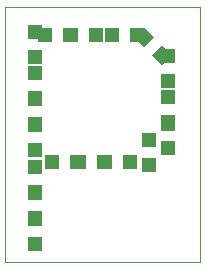
<source format=gtp>
G75*
%MOIN*%
%OFA0B0*%
%FSLAX24Y24*%
%IPPOS*%
%LPD*%
%AMOC8*
5,1,8,0,0,1.08239X$1,22.5*
%
%ADD10C,0.0000*%
%ADD11R,0.0472X0.0472*%
%ADD12R,0.0472X0.0472*%
D10*
X002517Y002517D02*
X002517Y011017D01*
X009017Y011017D01*
X009017Y002517D01*
X002517Y002517D01*
D11*
X003517Y003103D03*
X003517Y003930D03*
X003517Y003978D03*
X003517Y004805D03*
X003517Y004853D03*
X003517Y005680D03*
X003517Y006228D03*
X004103Y005829D03*
X004930Y005829D03*
X004978Y005829D03*
X005805Y005829D03*
X005853Y005829D03*
X006680Y005829D03*
X007329Y005728D03*
X007954Y006291D03*
X007329Y006555D03*
X007954Y007118D03*
X007954Y007166D03*
X007954Y007993D03*
X007954Y008541D03*
X007954Y009368D03*
X006930Y010079D03*
X006103Y010079D03*
X005555Y010079D03*
X004728Y010079D03*
X004680Y010079D03*
X003853Y010079D03*
X003517Y010180D03*
X003517Y009353D03*
X003517Y008805D03*
X003517Y007978D03*
X003517Y007930D03*
X003517Y007103D03*
X003517Y007055D03*
D12*
G36*
X006829Y009996D02*
X007162Y010329D01*
X007495Y009996D01*
X007162Y009663D01*
X006829Y009996D01*
G37*
G36*
X007413Y009412D02*
X007746Y009745D01*
X008079Y009412D01*
X007746Y009079D01*
X007413Y009412D01*
G37*
M02*

</source>
